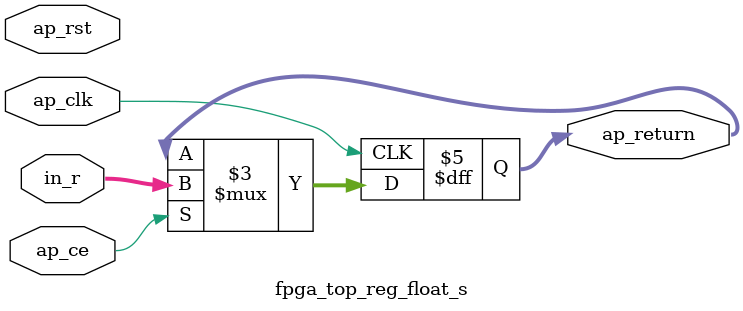
<source format=v>

`timescale 1 ns / 1 ps 

module fpga_top_reg_float_s (
        ap_clk,
        ap_rst,
        in_r,
        ap_return,
        ap_ce
);

parameter    ap_const_logic_1 = 1'b1;
parameter    ap_const_logic_0 = 1'b0;

input   ap_clk;
input   ap_rst;
input  [31:0] in_r;
output  [31:0] ap_return;
input   ap_ce;

reg[31:0] ap_return;




always @ (posedge ap_clk) begin
    if ((ap_const_logic_1 == ap_ce)) begin
        ap_return <= in_r;
    end
end


endmodule //fpga_top_reg_float_s


</source>
